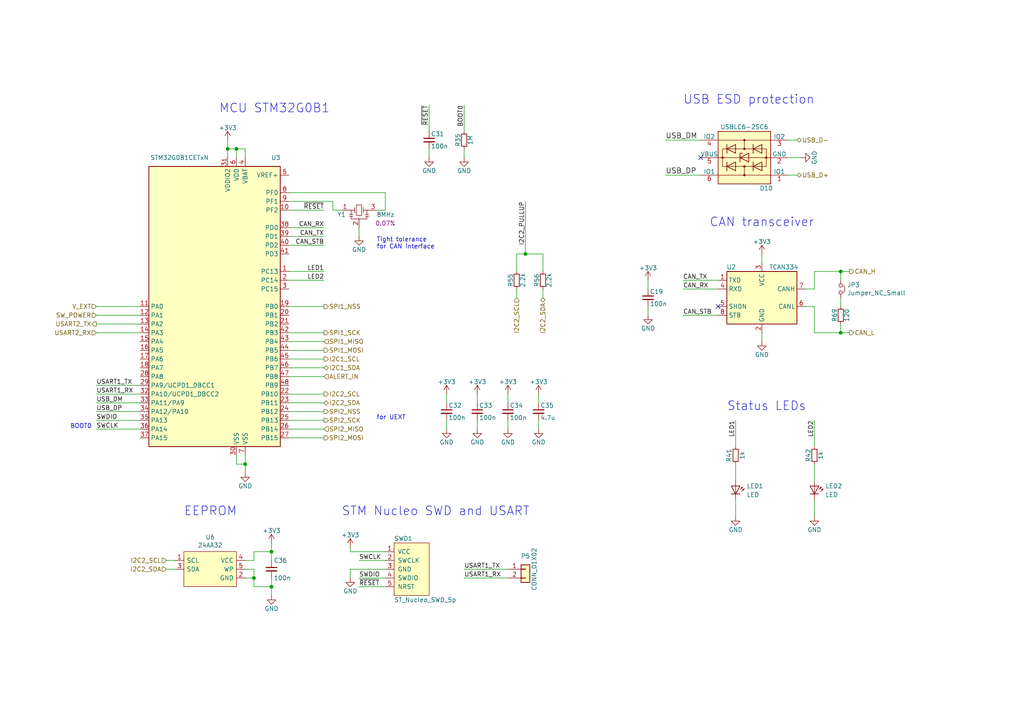
<source format=kicad_sch>
(kicad_sch (version 20210621) (generator eeschema)
  (paper "A4")
  (title_block (title "BMS 8S50 IC") (date "2021-02-13") (rev "0.2") (company "Libre Solar Technologies GmbH") (comment 1 "Website: https://libre.solar") (comment 2 "Author: Martin Jäger") (comment 3 "License: Creative Commons Attribution-ShareAlike 4.0 International"))
  (lib_symbols
    (symbol "Connector_Generic:Conn_01x02" (pin_names (offset 1.016) hide)
      (property "Reference" "J" (at 0 2.54 0))
      (property "Value" "Conn_01x02" (at 0 -5.08 0))
      (symbol "Conn_01x02_1_1"
        (rectangle (start -1.27 -2.413) (end 0 -2.667) (stroke (width 0.1524)))
        (rectangle (start -1.27 0.127) (end 0 -0.127) (stroke (width 0.1524)))
        (rectangle (start -1.27 1.27) (end 1.27 -3.81) (stroke (width 0.254)) (fill (type background)))
        (pin passive line (at -5.08 0 0) (length 3.81) (name "Pin_1") (number "1"))
        (pin passive line (at -5.08 -2.54 0) (length 3.81) (name "Pin_2") (number "2"))
      )
    )
    (symbol "Interface_CAN_LIN:TCAN334"
      (property "Reference" "U" (at -10.16 8.89 0))
      (property "Value" "TCAN334" (at 2.54 8.89 0))
      (symbol "TCAN334_0_1"
        (rectangle (start -10.16 7.62) (end 10.16 -7.62) (stroke (width 0.254)) (fill (type background)))
      )
      (symbol "TCAN334_1_1"
        (pin input line (at -12.7 5.08 0) (length 2.54) (name "TXD") (number "1"))
        (pin power_in line (at 0 -10.16 90) (length 2.54) (name "GND") (number "2"))
        (pin power_in line (at 0 10.16 270) (length 2.54) (name "VCC") (number "3"))
        (pin tri_state line (at -12.7 2.54 0) (length 2.54) (name "RXD") (number "4"))
        (pin input line (at -12.7 -2.54 0) (length 2.54) (name "SHDN") (number "5"))
        (pin bidirectional line (at 12.7 -2.54 180) (length 2.54) (name "CANL") (number "6"))
        (pin bidirectional line (at 12.7 2.54 180) (length 2.54) (name "CANH") (number "7"))
        (pin input line (at -12.7 -5.08 0) (length 2.54) (name "STB") (number "8"))
      )
    )
    (symbol "LibreSolar:C" (pin_numbers hide) (pin_names (offset 0.254) hide)
      (property "Reference" "C" (at 0.635 1.905 0))
      (property "Value" "C" (at 0.635 -1.905 0))
      (symbol "C_0_1"
        (polyline (pts (xy -1.524 -0.508) (xy 1.524 -0.508)) (stroke (width 0.3302)))
        (polyline (pts (xy -1.524 0.508) (xy 0 0.508) (xy 1.524 0.508)) (stroke (width 0.3048)))
      )
      (symbol "C_1_1"
        (pin passive line (at 0 2.54 270) (length 1.905) (name "~") (number "1"))
        (pin passive line (at 0 -2.54 90) (length 2.032) (name "~") (number "2"))
      )
    )
    (symbol "LibreSolar:Jumper_NC_Small" (pin_numbers hide) (pin_names (offset 0.762) hide)
      (property "Reference" "JP" (at 0 2.032 0))
      (symbol "Jumper_NC_Small_0_1"
        (arc (start 1.016 0.762) (end -1.016 0.762) (radius (at 0 -0.254) (length 1.4478) (angles 45 135)))
        (circle (center -1.016 0) (radius 0.508))
        (circle (center 1.016 0) (radius 0.508))
        (pin passive line (at -2.54 0 0) (length 1.016) (name "1") (number "1"))
        (pin passive line (at 2.54 0 180) (length 1.016) (name "2") (number "2"))
      )
    )
    (symbol "LibreSolar:R" (pin_numbers hide) (pin_names (offset 0.254) hide)
      (property "Reference" "R" (at -1.905 0 90))
      (property "Value" "R" (at 1.905 0 90))
      (symbol "R_0_1"
        (rectangle (start -0.762 1.778) (end 0.762 -1.778) (stroke (width 0.2032)))
      )
      (symbol "R_1_1"
        (pin passive line (at 0 2.54 270) (length 0.762) (name "~") (number "1"))
        (pin passive line (at 0 -2.54 90) (length 0.762) (name "~") (number "2"))
      )
    )
    (symbol "LibreSolar:Resonator" (pin_names (offset 1.016) hide)
      (property "Reference" "Y" (at 0 2.54 0))
      (property "Value" "Resonator" (at 1.016 -4.572 0))
      (symbol "Resonator_0_1"
        (rectangle (start -0.762 -1.524) (end 0.762 1.524))
        (polyline (pts (xy -3.048 0) (xy -1.27 0)))
        (polyline (pts (xy -2.794 -1.778) (xy -1.778 -1.778)))
        (polyline (pts (xy -2.286 0) (xy -2.286 -1.27)))
        (polyline (pts (xy -1.27 -0.762) (xy -1.27 0.762)))
        (polyline (pts (xy 1.27 -0.762) (xy 1.27 0.762)))
        (polyline (pts (xy 1.27 0) (xy 3.048 0)))
        (polyline (pts (xy 1.778 -1.778) (xy 2.794 -1.778)))
        (polyline (pts (xy 1.778 -1.27) (xy 2.794 -1.27)))
        (polyline (pts (xy 2.286 0) (xy 2.286 -1.27)))
        (polyline (pts (xy -2.286 -1.778) (xy -2.286 -2.54) (xy 0 -2.54)))
        (polyline (pts (xy 2.286 -1.778) (xy 2.286 -2.54) (xy -0.254 -2.54)))
      )
      (symbol "Resonator_1_1"
        (polyline (pts (xy -2.794 -1.27) (xy -1.778 -1.27)))
        (pin passive line (at -5.08 0 0) (length 2.032) (name "1") (number "1"))
        (pin input line (at 0 -5.08 90) (length 2.54) (name "2") (number "2"))
        (pin passive line (at 5.08 0 180) (length 2.032) (name "3") (number "3"))
      )
    )
    (symbol "LibreSolar:ST_Nucleo_SWD_5p" (pin_names (offset 1.016))
      (property "Reference" "J" (at 0 8.89 0))
      (property "Value" "ST_Nucleo_SWD_5p" (at 0 -8.89 0))
      (symbol "ST_Nucleo_SWD_5p_0_1"
        (rectangle (start -5.08 7.62) (end 5.08 -7.62) (fill (type background)))
      )
      (symbol "ST_Nucleo_SWD_5p_1_1"
        (pin passive line (at -7.62 5.08 0) (length 2.54) (name "VCC") (number "1"))
        (pin passive line (at -7.62 2.54 0) (length 2.54) (name "SWCLK") (number "2"))
        (pin passive line (at -7.62 0 0) (length 2.54) (name "GND") (number "3"))
        (pin passive line (at -7.62 -2.54 0) (length 2.54) (name "SWDIO") (number "4"))
        (pin passive line (at -7.62 -5.08 0) (length 2.54) (name "NRST") (number "5"))
      )
    )
    (symbol "LibreSolar:USBLC6-2SC6" (pin_names (offset 0))
      (property "Reference" "U" (at 0 8.89 0))
      (property "Value" "USBLC6-2SC6" (at 0 -8.89 0))
      (symbol "USBLC6-2SC6_0_1"
        (circle (center -6.35 0) (radius 0.254) (fill (type outline)))
        (circle (center 0 -5.08) (radius 0.254) (fill (type outline)))
        (circle (center 0 -2.54) (radius 0.254) (fill (type outline)))
        (circle (center 0 2.54) (radius 0.254) (fill (type outline)))
        (circle (center 0 5.08) (radius 0.254) (fill (type outline)))
        (circle (center 6.35 0) (radius 0.254) (fill (type outline)))
        (rectangle (start -7.62 7.62) (end 7.62 -7.62) (stroke (width 0.2032)) (fill (type background)))
        (polyline (pts (xy -7.62 0) (xy -6.35 0)))
        (polyline (pts (xy -6.35 0) (xy 1.27 0)))
        (polyline (pts (xy -2.54 -2.54) (xy 5.08 -2.54)))
        (polyline (pts (xy -2.54 -1.27) (xy -2.54 -3.81)) (stroke (width 0.2032)))
        (polyline (pts (xy -2.54 1.27) (xy -2.54 3.81)) (stroke (width 0.2032)))
        (polyline (pts (xy -2.54 2.54) (xy 5.08 2.54)))
        (polyline (pts (xy 0 -5.08) (xy -7.62 -5.08)))
        (polyline (pts (xy 0 5.08) (xy -7.62 5.08)))
        (polyline (pts (xy 1.27 0) (xy 6.35 0)))
        (polyline (pts (xy 5.08 -1.27) (xy 5.08 -3.81)) (stroke (width 0.2032)))
        (polyline (pts (xy 5.08 1.27) (xy 5.08 3.81)) (stroke (width 0.2032)))
        (polyline (pts (xy 6.35 0) (xy 7.62 0)))
        (polyline (pts (xy -6.35 0) (xy -6.35 2.54) (xy -2.54 2.54)))
        (polyline (pts (xy -2.54 -2.54) (xy -6.35 -2.54) (xy -6.35 0)))
        (polyline (pts (xy 0 -2.54) (xy 0 -5.08) (xy 7.62 -5.08)))
        (polyline (pts (xy 0 2.54) (xy 0 5.08) (xy 7.62 5.08)))
        (polyline (pts (xy -5.08 -3.81) (xy -5.08 -1.27) (xy -2.54 -2.54) (xy -5.08 -3.81)) (stroke (width 0.2032)))
        (polyline (pts (xy -5.08 3.81) (xy -5.08 1.27) (xy -2.54 2.54) (xy -5.08 3.81)) (stroke (width 0.2032)))
        (polyline (pts (xy -1.27 1.27) (xy -1.27 -1.27) (xy 1.27 0) (xy -1.27 1.27)) (stroke (width 0.2032)))
        (polyline (pts (xy 0.508 -1.27) (xy 1.27 -1.27) (xy 1.27 0.762) (xy 1.27 1.27)) (stroke (width 0.2032)))
        (polyline (pts (xy 2.54 -3.81) (xy 2.54 -1.27) (xy 5.08 -2.54) (xy 2.54 -3.81)) (stroke (width 0.2032)))
        (polyline (pts (xy 2.54 3.81) (xy 2.54 1.27) (xy 5.08 2.54) (xy 2.54 3.81)) (stroke (width 0.2032)))
        (polyline (pts (xy 5.08 2.54) (xy 6.35 2.54) (xy 6.35 -2.54) (xy 5.08 -2.54)))
      )
      (symbol "USBLC6-2SC6_1_1"
        (pin passive line (at -12.7 5.08 0) (length 5.08) (name "IO1") (number "1"))
        (pin power_in line (at -12.7 0 0) (length 5.08) (name "GND") (number "2"))
        (pin passive line (at -12.7 -5.08 0) (length 5.08) (name "IO2") (number "3"))
        (pin passive line (at 12.7 -5.08 180) (length 5.08) (name "IO2") (number "4"))
        (pin passive line (at 12.7 0 180) (length 5.08) (name "VBUS") (number "5"))
        (pin passive line (at 12.7 5.08 180) (length 5.08) (name "IO1") (number "6"))
      )
    )
    (symbol "MCU_ST_STM32G0:STM32G0B1CETxN"
      (property "Reference" "U" (at -20.32 41.91 0))
      (property "Value" "STM32G0B1CETxN" (at -2.54 41.91 0))
      (symbol "STM32G0B1CETxN_0_1"
        (rectangle (start -20.32 -40.64) (end 17.78 40.64) (stroke (width 0.254)) (fill (type background)))
      )
      (symbol "STM32G0B1CETxN_1_1"
        (pin bidirectional line (at -22.86 10.16 0) (length 2.54) (name "PC13") (number "1"))
        (pin bidirectional line (at -22.86 27.94 0) (length 2.54) (name "PF2") (number "10"))
        (pin bidirectional line (at 20.32 0 180) (length 2.54) (name "PA0") (number "11"))
        (pin bidirectional line (at 20.32 -2.54 180) (length 2.54) (name "PA1") (number "12"))
        (pin bidirectional line (at 20.32 -5.08 180) (length 2.54) (name "PA2") (number "13"))
        (pin bidirectional line (at 20.32 -7.62 180) (length 2.54) (name "PA3") (number "14"))
        (pin bidirectional line (at 20.32 -10.16 180) (length 2.54) (name "PA4") (number "15"))
        (pin bidirectional line (at 20.32 -12.7 180) (length 2.54) (name "PA5") (number "16"))
        (pin bidirectional line (at 20.32 -15.24 180) (length 2.54) (name "PA6") (number "17"))
        (pin bidirectional line (at 20.32 -17.78 180) (length 2.54) (name "PA7") (number "18"))
        (pin bidirectional line (at -22.86 0 0) (length 2.54) (name "PB0") (number "19"))
        (pin bidirectional line (at -22.86 7.62 0) (length 2.54) (name "PC14") (number "2"))
        (pin bidirectional line (at -22.86 -2.54 0) (length 2.54) (name "PB1") (number "20"))
        (pin bidirectional line (at -22.86 -5.08 0) (length 2.54) (name "PB2") (number "21"))
        (pin bidirectional line (at -22.86 -25.4 0) (length 2.54) (name "PB10") (number "22"))
        (pin bidirectional line (at -22.86 -27.94 0) (length 2.54) (name "PB11") (number "23"))
        (pin bidirectional line (at -22.86 -30.48 0) (length 2.54) (name "PB12") (number "24"))
        (pin bidirectional line (at -22.86 -33.02 0) (length 2.54) (name "PB13") (number "25"))
        (pin bidirectional line (at -22.86 -35.56 0) (length 2.54) (name "PB14") (number "26"))
        (pin bidirectional line (at -22.86 -38.1 0) (length 2.54) (name "PB15") (number "27"))
        (pin bidirectional line (at 20.32 -20.32 180) (length 2.54) (name "PA8") (number "28"))
        (pin bidirectional line (at 20.32 -22.86 180) (length 2.54) (name "PA9/UCPD1_DBCC1") (number "29"))
        (pin bidirectional line (at -22.86 5.08 0) (length 2.54) (name "PC15") (number "3"))
        (pin power_in line (at -7.62 -43.18 90) (length 2.54) (name "VSS") (number "30"))
        (pin power_in line (at -5.08 43.18 270) (length 2.54) (name "VDDIO2") (number "31"))
        (pin bidirectional line (at 20.32 -25.4 180) (length 2.54) (name "PA10/UCPD1_DBCC2") (number "32"))
        (pin bidirectional line (at 20.32 -27.94 180) (length 2.54) (name "PA11/PA9") (number "33"))
        (pin bidirectional line (at 20.32 -30.48 180) (length 2.54) (name "PA12/PA10") (number "34"))
        (pin bidirectional line (at 20.32 -33.02 180) (length 2.54) (name "PA13") (number "35"))
        (pin bidirectional line (at 20.32 -35.56 180) (length 2.54) (name "PA14") (number "36"))
        (pin bidirectional line (at 20.32 -38.1 180) (length 2.54) (name "PA15") (number "37"))
        (pin bidirectional line (at -22.86 22.86 0) (length 2.54) (name "PD0") (number "38"))
        (pin bidirectional line (at -22.86 20.32 0) (length 2.54) (name "PD1") (number "39"))
        (pin power_in line (at -10.16 43.18 270) (length 2.54) (name "VBAT") (number "4"))
        (pin bidirectional line (at -22.86 17.78 0) (length 2.54) (name "PD2") (number "40"))
        (pin bidirectional line (at -22.86 15.24 0) (length 2.54) (name "PD3") (number "41"))
        (pin bidirectional line (at -22.86 -7.62 0) (length 2.54) (name "PB3") (number "42"))
        (pin bidirectional line (at -22.86 -10.16 0) (length 2.54) (name "PB4") (number "43"))
        (pin bidirectional line (at -22.86 -12.7 0) (length 2.54) (name "PB5") (number "44"))
        (pin bidirectional line (at -22.86 -15.24 0) (length 2.54) (name "PB6") (number "45"))
        (pin bidirectional line (at -22.86 -17.78 0) (length 2.54) (name "PB7") (number "46"))
        (pin bidirectional line (at -22.86 -20.32 0) (length 2.54) (name "PB8") (number "47"))
        (pin bidirectional line (at -22.86 -22.86 0) (length 2.54) (name "PB9") (number "48"))
        (pin bidirectional line (at -22.86 38.1 0) (length 2.54) (name "VREF+") (number "5"))
        (pin power_in line (at -7.62 43.18 270) (length 2.54) (name "VDD") (number "6"))
        (pin power_in line (at -10.16 -43.18 90) (length 2.54) (name "VSS") (number "7"))
        (pin input line (at -22.86 33.02 0) (length 2.54) (name "PF0") (number "8"))
        (pin input line (at -22.86 30.48 0) (length 2.54) (name "PF1") (number "9"))
      )
    )
    (symbol "bms-control-16s-rescue:24AA01-LibreSolar" (pin_names (offset 0.762))
      (property "Reference" "U" (at 0 6.35 0))
      (property "Value" "24AA01-LibreSolar" (at 0 -6.35 0))
      (symbol "24AA01-LibreSolar_1_0"
        (pin power_in line (at 10.16 -2.54 180) (length 2.54) (name "GND") (number "2"))
        (pin power_in line (at 10.16 2.54 180) (length 2.54) (name "VCC") (number "4"))
      )
      (symbol "24AA01-LibreSolar_1_1"
        (rectangle (start -7.62 -5.08) (end 7.62 5.08) (fill (type background)))
        (pin input line (at -10.16 2.54 0) (length 2.54) (name "SCL") (number "1"))
        (pin bidirectional line (at -10.16 0 0) (length 2.54) (name "SDA") (number "3"))
        (pin passive line (at 10.16 0 180) (length 2.54) (name "WP") (number "5"))
      )
    )
    (symbol "bms-control-16s-rescue:D_LED-LibreSolar" (pin_numbers hide) (pin_names (offset 1.016) hide)
      (property "Reference" "D" (at 3.175 1.27 0))
      (property "Value" "D_LED-LibreSolar" (at 3.175 -1.27 0))
      (symbol "D_LED-LibreSolar_0_1"
        (polyline (pts (xy 0 -1.27) (xy 0 1.27)))
        (polyline (pts (xy 1.27 -1.016) (xy -1.27 -1.016)) (stroke (width 0.2032)))
        (polyline (pts (xy 1.27 1.27) (xy -1.27 1.27) (xy 0 -1.016) (xy 1.27 1.27)) (stroke (width 0.2032)))
        (polyline (pts (xy 1.778 -0.254) (xy 2.54 0.508) (xy 2.032 0.254) (xy 2.54 0.508) (xy 2.286 0)))
        (polyline (pts (xy 1.27 0.254) (xy 1.524 0.508) (xy 2.032 1.016) (xy 1.524 0.762) (xy 2.032 1.016) (xy 1.778 0.508)))
      )
      (symbol "D_LED-LibreSolar_1_1"
        (pin passive line (at 0 -2.54 90) (length 1.27) (name "K") (number "1"))
        (pin passive line (at 0 2.54 270) (length 1.27) (name "A") (number "2"))
      )
    )
    (symbol "power:+3.3V" (power) (pin_names (offset 0))
      (property "Value" "+3.3V" (at 0 3.556 0))
      (symbol "+3.3V_0_1"
        (polyline (pts (xy -0.762 1.27) (xy 0 2.54)))
        (polyline (pts (xy 0 0) (xy 0 2.54)))
        (polyline (pts (xy 0 2.54) (xy 0.762 1.27)))
      )
      (symbol "+3.3V_1_1"
        (pin power_in line (at 0 0 90) (length 0) hide (name "+3V3") (number "1"))
      )
    )
    (symbol "power:GND" (power) (pin_names (offset 0))
      (property "Value" "GND" (at 0 -3.81 0))
      (symbol "GND_0_1"
        (polyline (pts (xy 0 0) (xy 0 -1.27) (xy 1.27 -1.27) (xy 0 -2.54) (xy -1.27 -1.27) (xy 0 -1.27)))
      )
      (symbol "GND_1_1"
        (pin power_in line (at 0 0 270) (length 0) hide (name "GND") (number "1"))
      )
    )
  )
  (junction (at 66.04 43.18) (diameter 0.9144))
  (junction (at 68.58 43.18) (diameter 0.9144))
  (junction (at 71.12 134.62) (diameter 0.9144))
  (junction (at 73.66 167.64) (diameter 0.9144))
  (junction (at 78.74 160.02) (diameter 0.9144))
  (junction (at 78.74 170.18) (diameter 0.9144))
  (junction (at 152.4 73.66) (diameter 0.9144))
  (junction (at 243.84 78.74) (diameter 0.9144))
  (junction (at 243.84 96.52) (diameter 0.9144))
  (no_connect (at 203.2 45.72))
  (no_connect (at 208.28 88.9))
  (wire (pts (xy 40.64 88.9) (xy 27.94 88.9)))
  (wire (pts (xy 40.64 91.44) (xy 27.94 91.44)))
  (wire (pts (xy 40.64 93.98) (xy 27.94 93.98)))
  (wire (pts (xy 40.64 96.52) (xy 27.94 96.52)))
  (wire (pts (xy 40.64 111.76) (xy 27.94 111.76)))
  (wire (pts (xy 40.64 114.3) (xy 27.94 114.3)))
  (wire (pts (xy 40.64 116.84) (xy 27.94 116.84)))
  (wire (pts (xy 40.64 119.38) (xy 27.94 119.38)))
  (wire (pts (xy 40.64 121.92) (xy 27.94 121.92)))
  (wire (pts (xy 40.64 124.46) (xy 27.94 124.46)))
  (wire (pts (xy 50.8 162.56) (xy 48.26 162.56)))
  (wire (pts (xy 50.8 165.1) (xy 48.26 165.1)))
  (wire (pts (xy 66.04 40.64) (xy 66.04 43.18)))
  (wire (pts (xy 66.04 43.18) (xy 66.04 45.72)))
  (wire (pts (xy 66.04 43.18) (xy 68.58 43.18)))
  (wire (pts (xy 68.58 43.18) (xy 68.58 45.72)))
  (wire (pts (xy 68.58 43.18) (xy 71.12 43.18)))
  (wire (pts (xy 68.58 132.08) (xy 68.58 134.62)))
  (wire (pts (xy 68.58 134.62) (xy 71.12 134.62)))
  (wire (pts (xy 71.12 43.18) (xy 71.12 45.72)))
  (wire (pts (xy 71.12 132.08) (xy 71.12 134.62)))
  (wire (pts (xy 71.12 134.62) (xy 71.12 137.16)))
  (wire (pts (xy 71.12 162.56) (xy 73.66 162.56)))
  (wire (pts (xy 71.12 165.1) (xy 73.66 165.1)))
  (wire (pts (xy 71.12 167.64) (xy 73.66 167.64)))
  (wire (pts (xy 73.66 160.02) (xy 78.74 160.02)))
  (wire (pts (xy 73.66 162.56) (xy 73.66 160.02)))
  (wire (pts (xy 73.66 165.1) (xy 73.66 167.64)))
  (wire (pts (xy 73.66 167.64) (xy 73.66 170.18)))
  (wire (pts (xy 73.66 170.18) (xy 78.74 170.18)))
  (wire (pts (xy 78.74 157.48) (xy 78.74 160.02)))
  (wire (pts (xy 78.74 160.02) (xy 78.74 162.56)))
  (wire (pts (xy 78.74 167.64) (xy 78.74 170.18)))
  (wire (pts (xy 78.74 170.18) (xy 78.74 172.72)))
  (wire (pts (xy 83.82 55.88) (xy 111.76 55.88)))
  (wire (pts (xy 83.82 58.42) (xy 96.52 58.42)))
  (wire (pts (xy 83.82 60.96) (xy 93.98 60.96)))
  (wire (pts (xy 83.82 66.04) (xy 93.98 66.04)))
  (wire (pts (xy 83.82 68.58) (xy 93.98 68.58)))
  (wire (pts (xy 83.82 71.12) (xy 93.98 71.12)))
  (wire (pts (xy 83.82 78.74) (xy 93.98 78.74)))
  (wire (pts (xy 83.82 81.28) (xy 93.98 81.28)))
  (wire (pts (xy 83.82 88.9) (xy 93.98 88.9)))
  (wire (pts (xy 83.82 96.52) (xy 93.98 96.52)))
  (wire (pts (xy 83.82 99.06) (xy 93.98 99.06)))
  (wire (pts (xy 83.82 101.6) (xy 93.98 101.6)))
  (wire (pts (xy 83.82 104.14) (xy 93.98 104.14)))
  (wire (pts (xy 83.82 106.68) (xy 93.98 106.68)))
  (wire (pts (xy 83.82 109.22) (xy 93.98 109.22)))
  (wire (pts (xy 83.82 114.3) (xy 93.98 114.3)))
  (wire (pts (xy 83.82 116.84) (xy 93.98 116.84)))
  (wire (pts (xy 83.82 119.38) (xy 93.98 119.38)))
  (wire (pts (xy 83.82 121.92) (xy 93.98 121.92)))
  (wire (pts (xy 83.82 124.46) (xy 93.98 124.46)))
  (wire (pts (xy 83.82 127) (xy 93.98 127)))
  (wire (pts (xy 96.52 58.42) (xy 96.52 60.96)))
  (wire (pts (xy 96.52 60.96) (xy 99.06 60.96)))
  (wire (pts (xy 101.6 158.75) (xy 101.6 160.02)))
  (wire (pts (xy 101.6 160.02) (xy 111.76 160.02)))
  (wire (pts (xy 101.6 165.1) (xy 101.6 167.64)))
  (wire (pts (xy 104.14 66.04) (xy 104.14 68.58)))
  (wire (pts (xy 109.22 60.96) (xy 111.76 60.96)))
  (wire (pts (xy 111.76 60.96) (xy 111.76 55.88)))
  (wire (pts (xy 111.76 162.56) (xy 104.14 162.56)))
  (wire (pts (xy 111.76 165.1) (xy 101.6 165.1)))
  (wire (pts (xy 111.76 167.64) (xy 104.14 167.64)))
  (wire (pts (xy 111.76 170.18) (xy 104.14 170.18)))
  (wire (pts (xy 124.46 30.48) (xy 124.46 38.1)))
  (wire (pts (xy 124.46 43.18) (xy 124.46 45.72)))
  (wire (pts (xy 129.54 114.3) (xy 129.54 116.84)))
  (wire (pts (xy 129.54 124.46) (xy 129.54 121.92)))
  (wire (pts (xy 134.62 30.48) (xy 134.62 38.1)))
  (wire (pts (xy 134.62 43.18) (xy 134.62 45.72)))
  (wire (pts (xy 134.62 165.1) (xy 147.32 165.1)))
  (wire (pts (xy 134.62 167.64) (xy 147.32 167.64)))
  (wire (pts (xy 138.43 114.3) (xy 138.43 116.84)))
  (wire (pts (xy 138.43 124.46) (xy 138.43 121.92)))
  (wire (pts (xy 147.32 114.3) (xy 147.32 116.84)))
  (wire (pts (xy 147.32 121.92) (xy 147.32 124.46)))
  (wire (pts (xy 149.86 73.66) (xy 149.86 78.74)))
  (wire (pts (xy 149.86 73.66) (xy 152.4 73.66)))
  (wire (pts (xy 149.86 83.82) (xy 149.86 86.36)))
  (wire (pts (xy 152.4 58.42) (xy 152.4 73.66)))
  (wire (pts (xy 152.4 73.66) (xy 157.48 73.66)))
  (wire (pts (xy 156.21 116.84) (xy 156.21 114.3)))
  (wire (pts (xy 156.21 121.92) (xy 156.21 124.46)))
  (wire (pts (xy 157.48 73.66) (xy 157.48 78.74)))
  (wire (pts (xy 157.48 83.82) (xy 157.48 86.36)))
  (wire (pts (xy 187.96 83.82) (xy 187.96 81.28)))
  (wire (pts (xy 187.96 91.44) (xy 187.96 88.9)))
  (wire (pts (xy 193.04 50.8) (xy 203.2 50.8)))
  (wire (pts (xy 198.12 81.28) (xy 208.28 81.28)))
  (wire (pts (xy 198.12 83.82) (xy 208.28 83.82)))
  (wire (pts (xy 198.12 91.44) (xy 208.28 91.44)))
  (wire (pts (xy 203.2 40.64) (xy 193.04 40.64)))
  (wire (pts (xy 213.36 129.54) (xy 213.36 121.92)))
  (wire (pts (xy 213.36 134.62) (xy 213.36 139.7)))
  (wire (pts (xy 213.36 144.78) (xy 213.36 149.86)))
  (wire (pts (xy 220.98 73.66) (xy 220.98 76.2)))
  (wire (pts (xy 220.98 96.52) (xy 220.98 99.06)))
  (wire (pts (xy 228.6 40.64) (xy 231.14 40.64)))
  (wire (pts (xy 228.6 50.8) (xy 231.14 50.8)))
  (wire (pts (xy 232.41 45.72) (xy 228.6 45.72)))
  (wire (pts (xy 233.68 83.82) (xy 236.22 83.82)))
  (wire (pts (xy 236.22 78.74) (xy 243.84 78.74)))
  (wire (pts (xy 236.22 83.82) (xy 236.22 78.74)))
  (wire (pts (xy 236.22 88.9) (xy 233.68 88.9)))
  (wire (pts (xy 236.22 96.52) (xy 236.22 88.9)))
  (wire (pts (xy 236.22 129.54) (xy 236.22 121.92)))
  (wire (pts (xy 236.22 134.62) (xy 236.22 139.7)))
  (wire (pts (xy 236.22 144.78) (xy 236.22 149.86)))
  (wire (pts (xy 243.84 78.74) (xy 246.38 78.74)))
  (wire (pts (xy 243.84 81.28) (xy 243.84 78.74)))
  (wire (pts (xy 243.84 86.36) (xy 243.84 88.9)))
  (wire (pts (xy 243.84 96.52) (xy 236.22 96.52)))
  (wire (pts (xy 243.84 96.52) (xy 243.84 93.98)))
  (wire (pts (xy 246.38 96.52) (xy 243.84 96.52)))
  (text "BOOT0" (at 20.32 124.46 0) (effects (font (size 1.27 1.27)) (justify left bottom)))
  (text "EEPROM" (at 53.34 149.86 0) (effects (font (size 2.54 2.54)) (justify left bottom)))
  (text "MCU STM32G0B1" (at 63.5 33.02 0) (effects (font (size 2.54 2.54)) (justify left bottom)))
  (text "STM Nucleo SWD and USART" (at 99.06 149.86 0) (effects (font (size 2.54 2.54)) (justify left bottom)))
  (text "Tight tolerance\nfor CAN interface" (at 109.22 72.39 0) (effects (font (size 1.27 1.27)) (justify left bottom)))
  (text "for UEXT" (at 109.22 121.92 0) (effects (font (size 1.27 1.27)) (justify left bottom)))
  (text "USB ESD protection" (at 198.12 30.48 0) (effects (font (size 2.54 2.54)) (justify left bottom)))
  (text "CAN transceiver" (at 205.74 66.04 0) (effects (font (size 2.54 2.54)) (justify left bottom)))
  (text "Status LEDs" (at 210.82 119.38 0) (effects (font (size 2.54 2.54)) (justify left bottom)))
  (label "USART1_TX" (at 27.94 111.76 0))
  (label "USART1_RX" (at 27.94 114.3 0))
  (label "USB_DM" (at 27.94 116.84 0))
  (label "USB_DP" (at 27.94 119.38 0))
  (label "SWDIO" (at 27.94 121.92 0))
  (label "SWCLK" (at 27.94 124.46 0))
  (label "~{RESET}" (at 93.98 60.96 180))
  (label "CAN_RX" (at 93.98 66.04 180))
  (label "CAN_TX" (at 93.98 68.58 180))
  (label "CAN_STB" (at 93.98 71.12 180))
  (label "LED1" (at 93.98 78.74 180))
  (label "LED2" (at 93.98 81.28 180))
  (label "SWCLK" (at 104.14 162.56 0))
  (label "SWDIO" (at 104.14 167.64 0))
  (label "~{RESET}" (at 104.14 170.18 0))
  (label "~{RESET}" (at 124.46 30.48 270))
  (label "BOOT0" (at 134.62 30.48 270))
  (label "USART1_TX" (at 134.62 165.1 0))
  (label "USART1_RX" (at 134.62 167.64 0))
  (label "I2C2_PULLUP" (at 152.4 58.42 270))
  (label "USB_DM" (at 193.04 40.64 0) (effects (font (size 1.524 1.524))))
  (label "USB_DP" (at 193.04 50.8 0) (effects (font (size 1.524 1.524))))
  (label "CAN_TX" (at 198.12 81.28 0))
  (label "CAN_RX" (at 198.12 83.82 0))
  (label "CAN_STB" (at 198.12 91.44 0))
  (label "LED1" (at 213.36 121.92 270))
  (label "LED2" (at 236.22 121.92 270))
  (hierarchical_label "V_EXT" (shape input) (at 27.94 88.9 180))
  (hierarchical_label "SW_POWER" (shape input) (at 27.94 91.44 180))
  (hierarchical_label "USART2_TX" (shape output) (at 27.94 93.98 180))
  (hierarchical_label "USART2_RX" (shape input) (at 27.94 96.52 180))
  (hierarchical_label "I2C2_SCL" (shape input) (at 48.26 162.56 180))
  (hierarchical_label "I2C2_SDA" (shape input) (at 48.26 165.1 180))
  (hierarchical_label "SPI1_NSS" (shape output) (at 93.98 88.9 0))
  (hierarchical_label "SPI1_SCK" (shape output) (at 93.98 96.52 0))
  (hierarchical_label "SPI1_MISO" (shape input) (at 93.98 99.06 0))
  (hierarchical_label "SPI1_MOSI" (shape output) (at 93.98 101.6 0))
  (hierarchical_label "I2C1_SCL" (shape output) (at 93.98 104.14 0))
  (hierarchical_label "I2C1_SDA" (shape bidirectional) (at 93.98 106.68 0))
  (hierarchical_label "ALERT_IN" (shape input) (at 93.98 109.22 0))
  (hierarchical_label "I2C2_SCL" (shape output) (at 93.98 114.3 0))
  (hierarchical_label "I2C2_SDA" (shape bidirectional) (at 93.98 116.84 0))
  (hierarchical_label "SPI2_NSS" (shape output) (at 93.98 119.38 0))
  (hierarchical_label "SPI2_SCK" (shape output) (at 93.98 121.92 0))
  (hierarchical_label "SPI2_MISO" (shape input) (at 93.98 124.46 0))
  (hierarchical_label "SPI2_MOSI" (shape output) (at 93.98 127 0))
  (hierarchical_label "I2C2_SCL" (shape input) (at 149.86 86.36 270))
  (hierarchical_label "I2C2_SDA" (shape bidirectional) (at 157.48 86.36 270))
  (hierarchical_label "USB_D-" (shape bidirectional) (at 231.14 40.64 0))
  (hierarchical_label "USB_D+" (shape bidirectional) (at 231.14 50.8 0))
  (hierarchical_label "CAN_H" (shape output) (at 246.38 78.74 0))
  (hierarchical_label "CAN_L" (shape output) (at 246.38 96.52 0))
  (symbol (lib_id "power:+3.3V") (at 66.04 40.64 0) (unit 1)
    (property "Reference" "#PWR067" (effects hide))
    (property "Value" "+3.3V" (at 66.04 37.084 0))
  )
  (symbol (lib_id "power:+3.3V") (at 78.74 157.48 0) (unit 1)
    (property "Reference" "#PWR077" (effects hide))
    (property "Value" "+3.3V" (at 78.74 153.924 0))
  )
  (symbol (lib_id "power:+3.3V") (at 101.6 158.75 0) (unit 1)
    (property "Reference" "#PWR074" (effects hide))
    (property "Value" "+3.3V" (at 101.6 155.194 0))
  )
  (symbol (lib_id "power:+3.3V") (at 129.54 114.3 0) (unit 1)
    (property "Reference" "#PWR057" (effects hide))
    (property "Value" "+3.3V" (at 129.54 110.744 0))
  )
  (symbol (lib_id "power:+3.3V") (at 138.43 114.3 0) (unit 1)
    (property "Reference" "#PWR058" (effects hide))
    (property "Value" "+3.3V" (at 138.43 110.744 0))
  )
  (symbol (lib_id "power:+3.3V") (at 147.32 114.3 0) (unit 1)
    (property "Reference" "#PWR059" (effects hide))
    (property "Value" "+3.3V" (at 147.32 110.744 0))
  )
  (symbol (lib_id "power:+3.3V") (at 156.21 114.3 0) (unit 1)
    (property "Reference" "#PWR060" (effects hide))
    (property "Value" "+3.3V" (at 156.21 110.744 0))
  )
  (symbol (lib_id "power:+3.3V") (at 187.96 81.28 0) (unit 1)
    (property "Reference" "#PWR0138" (effects hide))
    (property "Value" "+3.3V" (at 187.96 77.724 0))
  )
  (symbol (lib_id "power:+3.3V") (at 220.98 73.66 0) (unit 1)
    (property "Reference" "#PWR0140" (effects hide))
    (property "Value" "+3.3V" (at 220.98 70.104 0))
  )
  (symbol (lib_id "power:GND") (at 71.12 137.16 0) (unit 1)
    (property "Reference" "#PWR061" (effects hide))
    (property "Value" "GND" (at 71.12 140.97 0))
  )
  (symbol (lib_id "power:GND") (at 78.74 172.72 0) (unit 1)
    (property "Reference" "#PWR076" (effects hide))
    (property "Value" "GND" (at 78.74 176.53 0))
  )
  (symbol (lib_id "power:GND") (at 101.6 167.64 0) (unit 1)
    (property "Reference" "#PWR073" (effects hide))
    (property "Value" "GND" (at 101.6 171.45 0))
  )
  (symbol (lib_id "power:GND") (at 104.14 68.58 0) (unit 1)
    (property "Reference" "#PWR062" (effects hide))
    (property "Value" "GND" (at 104.14 72.39 0))
  )
  (symbol (lib_id "power:GND") (at 124.46 45.72 0) (unit 1)
    (property "Reference" "#PWR069" (effects hide))
    (property "Value" "GND" (at 124.46 49.53 0))
  )
  (symbol (lib_id "power:GND") (at 129.54 124.46 0) (unit 1)
    (property "Reference" "#PWR052" (effects hide))
    (property "Value" "GND" (at 129.54 128.27 0))
  )
  (symbol (lib_id "power:GND") (at 134.62 45.72 0) (unit 1)
    (property "Reference" "#PWR072" (effects hide))
    (property "Value" "GND" (at 134.62 49.53 0))
  )
  (symbol (lib_id "power:GND") (at 138.43 124.46 0) (unit 1)
    (property "Reference" "#PWR053" (effects hide))
    (property "Value" "GND" (at 138.43 128.27 0))
  )
  (symbol (lib_id "power:GND") (at 147.32 124.46 0) (unit 1)
    (property "Reference" "#PWR054" (effects hide))
    (property "Value" "GND" (at 147.32 128.27 0))
  )
  (symbol (lib_id "power:GND") (at 156.21 124.46 0) (unit 1)
    (property "Reference" "#PWR055" (effects hide))
    (property "Value" "GND" (at 156.21 128.27 0))
  )
  (symbol (lib_id "power:GND") (at 187.96 91.44 0) (unit 1)
    (property "Reference" "#PWR0139" (effects hide))
    (property "Value" "GND" (at 187.96 95.25 0))
  )
  (symbol (lib_id "power:GND") (at 213.36 149.86 0) (unit 1)
    (property "Reference" "#PWR066" (effects hide))
    (property "Value" "GND" (at 213.36 153.67 0))
  )
  (symbol (lib_id "power:GND") (at 220.98 99.06 0) (unit 1)
    (property "Reference" "#PWR0141" (effects hide))
    (property "Value" "GND" (at 220.98 102.87 0))
  )
  (symbol (lib_id "power:GND") (at 232.41 45.72 90) (mirror x) (unit 1)
    (property "Reference" "#PWR0135" (effects hide))
    (property "Value" "GND" (at 236.22 45.72 0))
  )
  (symbol (lib_id "power:GND") (at 236.22 149.86 0) (unit 1)
    (property "Reference" "#PWR065" (effects hide))
    (property "Value" "GND" (at 236.22 153.67 0))
  )
  (symbol (lib_id "LibreSolar:Jumper_NC_Small") (at 243.84 83.82 270) (unit 1)
    (property "Reference" "JP3" (at 245.7196 82.6516 90) (effects (justify left)))
    (property "Value" "Jumper_NC_Small" (at 245.7196 84.963 90) (effects (justify left)))
    (property "Footprint" "Connector_PinHeader_2.54mm:PinHeader_1x02_P2.54mm_Vertical" (effects hide))
  )
  (symbol (lib_id "LibreSolar:R") (at 134.62 40.64 0) (mirror x) (unit 1)
    (property "Reference" "R35" (at 132.842 40.64 90))
    (property "Value" "1M" (at 136.398 40.64 90))
    (property "Footprint" "LibreSolar:R_0603_1608" (effects hide))
    (property "Manufacturer" "Yageo" (effects hide))
    (property "PartNumber" "RC0603FR-071ML" (effects hide))
  )
  (symbol (lib_id "LibreSolar:R") (at 149.86 81.28 0) (mirror x) (unit 1)
    (property "Reference" "R55" (at 148.082 81.28 90))
    (property "Value" "2.2k" (at 151.638 81.28 90))
    (property "Footprint" "LibreSolar:R_0603_1608" (effects hide))
    (property "Manufacturer" "Yageo" (effects hide))
    (property "PartNumber" "RC0603FR-072K2L" (effects hide))
  )
  (symbol (lib_id "LibreSolar:R") (at 157.48 81.28 0) (mirror x) (unit 1)
    (property "Reference" "R56" (at 155.702 81.28 90))
    (property "Value" "2.2k" (at 159.258 81.28 90))
    (property "Footprint" "LibreSolar:R_0603_1608" (effects hide))
    (property "Manufacturer" "Yageo" (effects hide))
    (property "PartNumber" "RC0603FR-072K2L" (effects hide))
  )
  (symbol (lib_id "LibreSolar:R") (at 213.36 132.08 0) (mirror x) (unit 1)
    (property "Reference" "R41" (at 211.455 132.08 90))
    (property "Value" "1k" (at 215.265 132.08 90))
    (property "Footprint" "LibreSolar:R_0603_1608" (effects hide))
    (property "Manufacturer" "Yageo" (effects hide))
    (property "PartNumber" "RC0603FR-071KL" (effects hide))
  )
  (symbol (lib_id "LibreSolar:R") (at 236.22 132.08 0) (mirror x) (unit 1)
    (property "Reference" "R42" (at 234.442 132.08 90))
    (property "Value" "1k" (at 237.998 132.08 90))
    (property "Footprint" "LibreSolar:R_0603_1608" (effects hide))
    (property "Manufacturer" "Yageo" (effects hide))
    (property "PartNumber" "RC0603FR-071KL" (effects hide))
  )
  (symbol (lib_id "LibreSolar:R") (at 243.84 91.44 0) (unit 1)
    (property "Reference" "R69" (at 242.062 91.44 90))
    (property "Value" "120" (at 245.618 91.44 90))
    (property "Footprint" "LibreSolar:R_1206_3216" (effects hide))
    (property "Manufacturer" "Yageo" (effects hide))
    (property "PartNumber" "RC1206FR-07120RL" (effects hide))
  )
  (symbol (lib_id "LibreSolar:C") (at 78.74 165.1 0) (unit 1)
    (property "Reference" "C36" (at 79.375 162.56 0) (effects (justify left)))
    (property "Value" "100n" (at 79.375 167.64 0) (effects (justify left)))
    (property "Footprint" "LibreSolar:C_0603_1608" (effects hide))
    (property "Manufacturer" "Yageo" (effects hide))
    (property "PartNumber" "CC0603KRX7R9BB104" (effects hide))
  )
  (symbol (lib_id "LibreSolar:C") (at 124.46 40.64 0) (unit 1)
    (property "Reference" "C31" (at 124.968 38.862 0) (effects (justify left)))
    (property "Value" "100n" (at 124.968 42.418 0) (effects (justify left)))
    (property "Footprint" "LibreSolar:C_0603_1608" (effects hide))
    (property "Manufacturer" "Yageo" (effects hide))
    (property "PartNumber" "CC0603KRX7R9BB104" (effects hide))
  )
  (symbol (lib_id "LibreSolar:C") (at 129.54 119.38 0) (unit 1)
    (property "Reference" "C32" (at 130.048 117.602 0) (effects (justify left)))
    (property "Value" "100n" (at 130.048 121.158 0) (effects (justify left)))
    (property "Footprint" "LibreSolar:C_0603_1608" (effects hide))
    (property "Manufacturer" "Yageo" (effects hide))
    (property "PartNumber" "CC0603KRX7R9BB104" (effects hide))
  )
  (symbol (lib_id "LibreSolar:C") (at 138.43 119.38 0) (unit 1)
    (property "Reference" "C33" (at 138.938 117.602 0) (effects (justify left)))
    (property "Value" "100n" (at 138.938 121.158 0) (effects (justify left)))
    (property "Footprint" "LibreSolar:C_0603_1608" (effects hide))
    (property "Manufacturer" "Yageo" (effects hide))
    (property "PartNumber" "CC0603KRX7R9BB104" (effects hide))
  )
  (symbol (lib_id "LibreSolar:C") (at 147.32 119.38 0) (unit 1)
    (property "Reference" "C34" (at 147.828 117.602 0) (effects (justify left)))
    (property "Value" "100n" (at 147.828 121.158 0) (effects (justify left)))
    (property "Footprint" "LibreSolar:C_0603_1608" (effects hide))
    (property "Manufacturer" "Yageo" (effects hide))
    (property "PartNumber" "CC0603KRX7R9BB104" (effects hide))
  )
  (symbol (lib_id "LibreSolar:C") (at 156.21 119.38 0) (unit 1)
    (property "Reference" "C35" (at 156.718 117.602 0) (effects (justify left)))
    (property "Value" "4.7u" (at 156.718 121.158 0) (effects (justify left)))
    (property "Footprint" "LibreSolar:C_0603_1608" (effects hide))
    (property "Manufacturer" "Murata" (effects hide))
    (property "PartNumber" "GRM188R61A475KE15D" (effects hide))
    (property "Remarks" "10V" (effects hide))
  )
  (symbol (lib_id "LibreSolar:C") (at 187.96 86.36 0) (unit 1)
    (property "Reference" "C19" (at 188.468 84.582 0) (effects (justify left)))
    (property "Value" "100n" (at 188.468 88.138 0) (effects (justify left)))
    (property "Footprint" "LibreSolar:C_0603_1608" (effects hide))
    (property "Manufacturer" "Yageo" (effects hide))
    (property "PartNumber" "CC0603KRX7R9BB104" (effects hide))
  )
  (symbol (lib_id "bms-control-16s-rescue:D_LED-LibreSolar") (at 213.36 142.24 0) (unit 1)
    (property "Reference" "LED1" (at 216.535 140.97 0) (effects (justify left)))
    (property "Value" "LED" (at 216.535 143.51 0) (effects (justify left)))
    (property "Footprint" "LibreSolar:LED_0603_D3.0mm" (effects hide))
  )
  (symbol (lib_id "bms-control-16s-rescue:D_LED-LibreSolar") (at 236.22 142.24 0) (unit 1)
    (property "Reference" "LED2" (at 239.395 140.97 0) (effects (justify left)))
    (property "Value" "LED" (at 239.395 143.51 0) (effects (justify left)))
    (property "Footprint" "LibreSolar:LED_0603_D3.0mm" (effects hide))
  )
  (symbol (lib_id "Connector_Generic:Conn_01x02") (at 152.4 165.1 0) (unit 1)
    (property "Reference" "P5" (at 152.4 161.29 0))
    (property "Value" "CONN_01X02" (at 154.94 165.1 90))
    (property "Footprint" "Connector_PinHeader_2.54mm:PinHeader_1x02_P2.54mm_Vertical" (effects hide))
  )
  (symbol (lib_id "LibreSolar:Resonator") (at 104.14 60.96 0) (unit 1)
    (property "Reference" "Y1" (at 99.06 62.23 0))
    (property "Value" "8MHz" (at 109.22 62.23 0) (effects (justify left)))
    (property "Footprint" "LibreSolar:Resonator_Murata_CSTNE" (effects hide))
    (property "Manufacturer" "Murata" (effects hide))
    (property "PartNumber" "CSTNE8M00GH5C000R0" (effects hide))
    (property "Remarks" "0.07%" (at 111.76 64.77 0))
  )
  (symbol (lib_id "LibreSolar:ST_Nucleo_SWD_5p") (at 119.38 165.1 0) (unit 1)
    (property "Reference" "SWD1" (at 114.3 156.21 0) (effects (justify left)))
    (property "Value" "ST_Nucleo_SWD_5p" (at 114.3 173.99 0) (effects (justify left)))
    (property "Footprint" "Connector_PinHeader_2.54mm:PinHeader_1x05_P2.54mm_Vertical" (effects hide))
  )
  (symbol (lib_id "bms-control-16s-rescue:24AA01-LibreSolar") (at 60.96 165.1 0) (unit 1)
    (property "Reference" "U6" (at 60.96 155.829 0))
    (property "Value" "24AA32" (at 60.96 158.1404 0))
    (property "Footprint" "LibreSolar:SOT-23-5" (effects hide))
    (property "Manufacturer" "Microchip" (effects hide))
    (property "PartNumber" "24AA32AFT-I/OT" (effects hide))
  )
  (symbol (lib_id "LibreSolar:USBLC6-2SC6") (at 215.9 45.72 180) (unit 1)
    (property "Reference" "D10" (at 222.25 54.61 0))
    (property "Value" "USBLC6-2SC6" (at 215.9 36.83 0))
    (property "Footprint" "LibreSolar:SOT-23-6" (effects hide))
    (property "Manufacturer" "STMicroelectronics" (effects hide))
    (property "PartNumber" "USBLC6-2SC6" (effects hide))
    (property "Remarks" "Alternative: WE-TVS 82400102" (effects hide))
  )
  (symbol (lib_id "Interface_CAN_LIN:TCAN334") (at 220.98 86.36 0) (unit 1)
    (property "Reference" "U2" (at 212.09 77.47 0))
    (property "Value" "TCAN334" (at 227.33 77.47 0))
    (property "Footprint" "LibreSolar:SOIC-8_3.9x4.9mm_Pitch1.27mm" (effects hide))
    (property "Datasheet" "http://www.ti.com/lit/ds/symlink/tcan337.pdf" (effects hide))
    (property "Manufacturer" "Texas Instruments" (effects hide))
    (property "PartNumber" "TCAN334DR" (effects hide))
  )
  (symbol (lib_id "MCU_ST_STM32G0:STM32G0B1CETxN") (at 60.96 88.9 0) (mirror y) (unit 1)
    (property "Reference" "U3" (at 80.01 45.72 0))
    (property "Value" "STM32G0B1CETxN" (at 52.07 45.72 0))
    (property "Footprint" "Package_QFP:LQFP-48_7x7mm_P0.5mm" (effects hide))
    (property "Datasheet" "https://www.st.com/resource/en/datasheet/stm32g0b1cc.pdf" (effects hide))
  )
)
</source>
